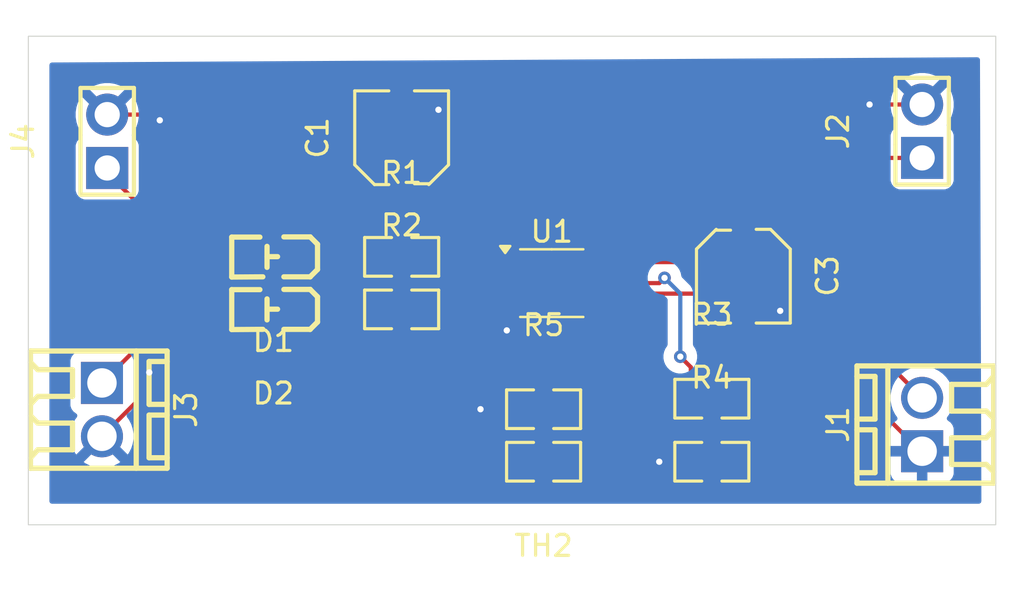
<source format=kicad_pcb>
(kicad_pcb (version 20241229) (generator "pcbnew") (generator_version "9.0")
  (layers (0 "F.Cu" signal) (2 "B.Cu" signal) (13 "F.Paste" user) (15 "B.Paste" user) (5 "F.SilkS" user "F.Silkscreen") (7 "B.SilkS" user "B.Silkscreen") (1 "F.Mask" user) (3 "B.Mask" user) (25 "Edge.Cuts" user))
  (net 0 "")
  (net 1 "VDD")
  (net 2 "GND")
  (net 3 "/VBatt")
  (net 4 "Net-(D1-K)")
  (net 5 "Net-(D2-K)")
  (net 6 "/STAT1")
  (net 7 "/STAT2")
  (net 8 "Net-(R3-Pad2)")
  (net 9 "Net-(U1-THERM)")
  (net 10 "Net-(U1-PROG)")
  (footprint "easyeda2kicad:R0805" (layer "F.Cu") (at 149.25 91.75)
    (property "Reference" "R2" (at 0 -4 0) (layer "F.SilkS"))
    (property "Value" "330")
    (fp_line (start -1.76 -0.92) (end -0.48 -0.92) (stroke (width 0.15)) (layer "F.SilkS"))
    (fp_line (start -1.76 0.92) (end -1.76 -0.92) (stroke (width 0.15)) (layer "F.SilkS"))
    (fp_line (start -0.48 0.92) (end -1.76 0.92) (stroke (width 0.15)) (layer "F.SilkS"))
    (fp_line (start 0.48 0.92) (end 1.76 0.92) (stroke (width 0.15)) (layer "F.SilkS"))
    (fp_line (start 1.76 -0.92) (end 0.48 -0.92) (stroke (width 0.15)) (layer "F.SilkS"))
    (fp_line (start 1.76 0.92) (end 1.76 -0.92) (stroke (width 0.15)) (layer "F.SilkS"))
    (pad "1" smd rect (at -1 0) (size 1.13 1.38) (layers "F.Cu" "F.Mask" "F.Paste") (net 5 "Net-(D2-K)"))
    (pad "2" smd rect (at 1 0) (size 1.13 1.38) (layers "F.Cu" "F.Mask" "F.Paste") (net 7 "/STAT2"))
  )
  (footprint "easyeda2kicad:CAP-SMD_BD4.0-L4.3-W4.3-FD" (layer "F.Cu") (at 149.25 83.59 90)
    (property "Reference" "C1" (at 0 -4 90) (layer "F.SilkS"))
    (property "Value" "4.7uF")
    (fp_line (start 2.24 -2.23) (end -1.28 -2.23) (stroke (width 0.15)) (layer "F.SilkS"))
    (fp_line (start -1.28 -2.23) (end -2.22 -1.29) (stroke (width 0.15)) (layer "F.SilkS"))
    (fp_line (start -2.22 -1.29) (end -2.22 -0.61) (stroke (width 0.15)) (layer "F.SilkS"))
    (fp_line (start 2.24 -0.61) (end 2.24 -2.23) (stroke (width 0.15)) (layer "F.SilkS"))
    (fp_line (start 2.24 0.61) (end 2.24 2.23) (stroke (width 0.15)) (layer "F.SilkS"))
    (fp_line (start -2.18 1.29) (end -2.18 0.61) (stroke (width 0.15)) (layer "F.SilkS"))
    (fp_line (start 2.24 2.23) (end -1.28 2.23) (stroke (width 0.15)) (layer "F.SilkS"))
    (fp_line (start -1.28 2.23) (end -2.22 1.29) (stroke (width 0.15)) (layer "F.SilkS"))
    (pad "1" smd rect (at -1.66 0 90) (size 2.8 1.1) (layers "F.Cu" "F.Mask" "F.Paste") (net 1 "VDD"))
    (pad "2" smd rect (at 1.66 0 90) (size 2.8 1.1) (layers "F.Cu" "F.Mask" "F.Paste") (net 2 "GND"))
  )
  (footprint "easyeda2kicad:R0805" (layer "F.Cu") (at 156 96.5)
    (property "Reference" "R5" (at 0 -4 0) (layer "F.SilkS"))
    (property "Value" "2k")
    (fp_line (start -1.76 -0.92) (end -0.48 -0.92) (stroke (width 0.15)) (layer "F.SilkS"))
    (fp_line (start -1.76 0.92) (end -1.76 -0.92) (stroke (width 0.15)) (layer "F.SilkS"))
    (fp_line (start -0.48 0.92) (end -1.76 0.92) (stroke (width 0.15)) (layer "F.SilkS"))
    (fp_line (start 0.48 0.92) (end 1.76 0.92) (stroke (width 0.15)) (layer "F.SilkS"))
    (fp_line (start 1.76 -0.92) (end 0.48 -0.92) (stroke (width 0.15)) (layer "F.SilkS"))
    (fp_line (start 1.76 0.92) (end 1.76 -0.92) (stroke (width 0.15)) (layer "F.SilkS"))
    (pad "1" smd rect (at -1 0) (size 1.13 1.38) (layers "F.Cu" "F.Mask" "F.Paste") (net 2 "GND"))
    (pad "2" smd rect (at 1 0) (size 1.13 1.38) (layers "F.Cu" "F.Mask" "F.Paste") (net 10 "Net-(U1-PROG)"))
  )
  (footprint "easyeda2kicad:R0805" (layer "F.Cu") (at 164 99)
    (property "Reference" "R4" (at 0 -4 0) (layer "F.SilkS"))
    (property "Value" "68K")
    (fp_line (start -1.76 -0.92) (end -0.48 -0.92) (stroke (width 0.15)) (layer "F.SilkS"))
    (fp_line (start -1.76 0.92) (end -1.76 -0.92) (stroke (width 0.15)) (layer "F.SilkS"))
    (fp_line (start -0.48 0.92) (end -1.76 0.92) (stroke (width 0.15)) (layer "F.SilkS"))
    (fp_line (start 0.48 0.92) (end 1.76 0.92) (stroke (width 0.15)) (layer "F.SilkS"))
    (fp_line (start 1.76 -0.92) (end 0.48 -0.92) (stroke (width 0.15)) (layer "F.SilkS"))
    (fp_line (start 1.76 0.92) (end 1.76 -0.92) (stroke (width 0.15)) (layer "F.SilkS"))
    (pad "1" smd rect (at -1 0) (size 1.13 1.38) (layers "F.Cu" "F.Mask" "F.Paste") (net 2 "GND"))
    (pad "2" smd rect (at 1 0) (size 1.13 1.38) (layers "F.Cu" "F.Mask" "F.Paste") (net 8 "Net-(R3-Pad2)"))
  )
  (footprint "easyeda2kicad:R0805" (layer "F.Cu") (at 149.25 89.25)
    (property "Reference" "R1" (at 0 -4 0) (layer "F.SilkS"))
    (property "Value" "330")
    (fp_line (start -1.76 -0.92) (end -0.48 -0.92) (stroke (width 0.15)) (layer "F.SilkS"))
    (fp_line (start -1.76 0.92) (end -1.76 -0.92) (stroke (width 0.15)) (layer "F.SilkS"))
    (fp_line (start -0.48 0.92) (end -1.76 0.92) (stroke (width 0.15)) (layer "F.SilkS"))
    (fp_line (start 0.48 0.92) (end 1.76 0.92) (stroke (width 0.15)) (layer "F.SilkS"))
    (fp_line (start 1.76 -0.92) (end 0.48 -0.92) (stroke (width 0.15)) (layer "F.SilkS"))
    (fp_line (start 1.76 0.92) (end 1.76 -0.92) (stroke (width 0.15)) (layer "F.SilkS"))
    (pad "1" smd rect (at -1 0) (size 1.13 1.38) (layers "F.Cu" "F.Mask" "F.Paste") (net 4 "Net-(D1-K)"))
    (pad "2" smd rect (at 1 0) (size 1.13 1.38) (layers "F.Cu" "F.Mask" "F.Paste") (net 6 "/STAT1"))
  )
  (footprint "easyeda2kicad:CONN-TH_XY308-2.54-2P" (layer "F.Cu") (at 174 97.23 90)
    (property "Reference" "J1" (at 0 -4 90) (layer "F.SilkS"))
    (property "Value" "Screw_Terminal_01x02")
    (fp_line (start 2.79 -3.1) (end -2.79 -3.1) (stroke (width 0.25)) (layer "F.SilkS"))
    (fp_line (start 2.79 -3.1) (end 2.79 3.4) (stroke (width 0.25)) (layer "F.SilkS"))
    (fp_line (start 0.26 -3.1) (end 0.26 -2.24) (stroke (width 0.25)) (layer "F.SilkS"))
    (fp_line (start -2.29 -3.1) (end -2.29 -2.24) (stroke (width 0.25)) (layer "F.SilkS"))
    (fp_line (start -2.79 -3.1) (end -2.79 3.4) (stroke (width 0.25)) (layer "F.SilkS"))
    (fp_line (start 2.29 -2.24) (end 2.29 -3.1) (stroke (width 0.25)) (layer "F.SilkS"))
    (fp_line (start 0.26 -2.24) (end 2.29 -2.24) (stroke (width 0.25)) (layer "F.SilkS"))
    (fp_line (start -0.25 -2.24) (end -0.25 -3.1) (stroke (width 0.25)) (layer "F.SilkS"))
    (fp_line (start -2.29 -2.24) (end -0.25 -2.24) (stroke (width 0.25)) (layer "F.SilkS"))
    (fp_line (start 2.79 -1.63) (end -2.79 -1.63) (stroke (width 0.25)) (layer "F.SilkS"))
    (fp_line (start 1.91 1.4) (end 1.91 3.05) (stroke (width 0.25)) (layer "F.SilkS"))
    (fp_line (start 0.64 1.4) (end 1.91 1.4) (stroke (width 0.25)) (layer "F.SilkS"))
    (fp_line (start -0.63 1.4) (end -0.63 3.05) (stroke (width 0.25)) (layer "F.SilkS"))
    (fp_line (start -1.9 1.4) (end -0.63 1.4) (stroke (width 0.25)) (layer "F.SilkS"))
    (fp_line (start 1.91 3.05) (end 2.3 3.4) (stroke (width 0.25)) (layer "F.SilkS"))
    (fp_line (start 0.64 3.05) (end 0.64 1.4) (stroke (width 0.25)) (layer "F.SilkS"))
    (fp_line (start -0.63 3.05) (end -0.25 3.4) (stroke (width 0.25)) (layer "F.SilkS"))
    (fp_line (start -1.9 3.05) (end -1.9 1.4) (stroke (width 0.25)) (layer "F.SilkS"))
    (fp_line (start 2.79 3.4) (end -2.79 3.4) (stroke (width 0.25)) (layer "F.SilkS"))
    (fp_line (start 0.29 3.4) (end 0.64 3.05) (stroke (width 0.25)) (layer "F.SilkS"))
    (fp_line (start -2.25 3.4) (end -1.9 3.05) (stroke (width 0.25)) (layer "F.SilkS"))
    (pad "1" thru_hole rect (at -1.27 0 90) (size 2 2) (drill 1.399997) (layers "*.Cu" "*.Mask") (net 2 "GND"))
    (pad "2" thru_hole circle (at 1.27 0 90) (size 2 2) (drill 1.399997) (layers "*.Cu" "*.Mask") (net 3 "/VBatt"))
  )
  (footprint "easyeda2kicad:R0805" (layer "F.Cu") (at 164 96)
    (property "Reference" "R3" (at 0 -4 0) (layer "F.SilkS"))
    (property "Value" "1K5")
    (fp_line (start -1.76 -0.92) (end -0.48 -0.92) (stroke (width 0.15)) (layer "F.SilkS"))
    (fp_line (start -1.76 0.92) (end -1.76 -0.92) (stroke (width 0.15)) (layer "F.SilkS"))
    (fp_line (start -0.48 0.92) (end -1.76 0.92) (stroke (width 0.15)) (layer "F.SilkS"))
    (fp_line (start 0.48 0.92) (end 1.76 0.92) (stroke (width 0.15)) (layer "F.SilkS"))
    (fp_line (start 1.76 -0.92) (end 0.48 -0.92) (stroke (width 0.15)) (layer "F.SilkS"))
    (fp_line (start 1.76 0.92) (end 1.76 -0.92) (stroke (width 0.15)) (layer "F.SilkS"))
    (pad "1" smd rect (at -1 0) (size 1.13 1.38) (layers "F.Cu" "F.Mask" "F.Paste") (net 9 "Net-(U1-THERM)"))
    (pad "2" smd rect (at 1 0) (size 1.13 1.38) (layers "F.Cu" "F.Mask" "F.Paste") (net 8 "Net-(R3-Pad2)"))
  )
  (footprint "easyeda2kicad:HDR-TH_2P-P2.54-V-M" (layer "F.Cu") (at 135.25 83.75 90)
    (property "Reference" "J4" (at 0 -4 90) (layer "F.SilkS"))
    (property "Value" "Conn_01x02_Pin")
    (fp_line (start 2.54 -1.27) (end -0.64 -1.27) (stroke (width 0.2)) (layer "F.SilkS"))
    (fp_line (start 2.54 -1.27) (end 2.54 1.27) (stroke (width 0.2)) (layer "F.SilkS"))
    (fp_line (start -2.54 -1.27) (end -0.64 -1.27) (stroke (width 0.2)) (layer "F.SilkS"))
    (fp_line (start 2.54 1.27) (end -2.54 1.27) (stroke (width 0.2)) (layer "F.SilkS"))
    (fp_line (start -2.54 1.27) (end -2.54 -1.27) (stroke (width 0.2)) (layer "F.SilkS"))
    (pad "1" thru_hole rect (at -1.27 0 90) (size 2 2) (drill 1.199998) (layers "*.Cu" "*.Mask") (net 1 "VDD"))
    (pad "2" thru_hole circle (at 1.27 0 90) (size 2 2) (drill 1.199998) (layers "*.Cu" "*.Mask") (net 2 "GND"))
  )
  (footprint "easyeda2kicad:LED0805-RD_RED" (layer "F.Cu") (at 143.15 89.25 180)
    (property "Reference" "D1" (at 0 -4 0) (layer "F.SilkS"))
    (property "Value" "RED")
    (fp_line (start 1.98 -0.96) (end 1.98 0.94) (stroke (width 0.25)) (layer "F.SilkS"))
    (fp_line (start 0.64 0.94) (end 1.98 0.94) (stroke (width 0.25)) (layer "F.SilkS"))
    (fp_line (start 0.5 -0.95) (end 1.98 -0.96) (stroke (width 0.25)) (layer "F.SilkS"))
    (fp_line (start 0.3 0.01) (end -0.2 0.01) (stroke (width 0.25)) (layer "F.SilkS"))
    (fp_line (start 0.3 -0.5) (end 0.3 0.5) (stroke (width 0.25)) (layer "F.SilkS"))
    (fp_line (start -0.5 0.95) (end -1.75 0.95) (stroke (width 0.25)) (layer "F.SilkS"))
    (fp_line (start -0.5 -0.95) (end -1.75 -0.95) (stroke (width 0.25)) (layer "F.SilkS"))
    (fp_line (start -1.75 0.95) (end -1.75 0.95) (stroke (width 0.25)) (layer "F.SilkS"))
    (fp_line (start -1.75 0.95) (end -2.1 0.6) (stroke (width 0.25)) (layer "F.SilkS"))
    (fp_line (start -1.75 -0.95) (end -1.75 -0.95) (stroke (width 0.25)) (layer "F.SilkS"))
    (fp_line (start -1.75 -0.95) (end -2.1 -0.6) (stroke (width 0.25)) (layer "F.SilkS"))
    (fp_line (start -2.1 -0.6) (end -2.1 0.6) (stroke (width 0.25)) (layer "F.SilkS"))
    (pad "1" smd rect (at -1.1 0) (size 1 1.25) (layers "F.Cu" "F.Mask" "F.Paste") (net 4 "Net-(D1-K)"))
    (pad "2" smd rect (at 1.1 0) (size 1 1.25) (layers "F.Cu" "F.Mask" "F.Paste") (net 1 "VDD"))
  )
  (footprint "easyeda2kicad:HDR-TH_2P-P2.54-V-M" (layer "F.Cu") (at 174 83.27 90)
    (property "Reference" "J2" (at 0 -4 90) (layer "F.SilkS"))
    (property "Value" "Conn_01x02_Pin")
    (fp_line (start 2.54 -1.27) (end -0.64 -1.27) (stroke (width 0.2)) (layer "F.SilkS"))
    (fp_line (start 2.54 -1.27) (end 2.54 1.27) (stroke (width 0.2)) (layer "F.SilkS"))
    (fp_line (start -2.54 -1.27) (end -0.64 -1.27) (stroke (width 0.2)) (layer "F.SilkS"))
    (fp_line (start 2.54 1.27) (end -2.54 1.27) (stroke (width 0.2)) (layer "F.SilkS"))
    (fp_line (start -2.54 1.27) (end -2.54 -1.27) (stroke (width 0.2)) (layer "F.SilkS"))
    (pad "1" thru_hole rect (at -1.27 0 90) (size 2 2) (drill 1.199998) (layers "*.Cu" "*.Mask") (net 3 "/VBatt"))
    (pad "2" thru_hole circle (at 1.27 0 90) (size 2 2) (drill 1.199998) (layers "*.Cu" "*.Mask") (net 2 "GND"))
  )
  (footprint "easyeda2kicad:R0805" (layer "F.Cu") (at 156 99 180)
    (property "Reference" "TH2" (at 0 -4 0) (layer "F.SilkS"))
    (property "Value" "NTCS0805E3103JHT")
    (fp_line (start 1.76 0.92) (end 1.76 -0.92) (stroke (width 0.15)) (layer "F.SilkS"))
    (fp_line (start 1.76 -0.92) (end 0.48 -0.92) (stroke (width 0.15)) (layer "F.SilkS"))
    (fp_line (start 0.48 0.92) (end 1.76 0.92) (stroke (width 0.15)) (layer "F.SilkS"))
    (fp_line (start -0.48 0.92) (end -1.76 0.92) (stroke (width 0.15)) (layer "F.SilkS"))
    (fp_line (start -1.76 0.92) (end -1.76 -0.92) (stroke (width 0.15)) (layer "F.SilkS"))
    (fp_line (start -1.76 -0.92) (end -0.48 -0.92) (stroke (width 0.15)) (layer "F.SilkS"))
    (pad "1" smd rect (at -1 0 180) (size 1.13 1.38) (layers "F.Cu" "F.Mask" "F.Paste") (net 8 "Net-(R3-Pad2)"))
    (pad "2" smd rect (at 1 0 180) (size 1.13 1.38) (layers "F.Cu" "F.Mask" "F.Paste") (net 2 "GND"))
  )
  (footprint "easyeda2kicad:CAP-SMD_BD4.0-L4.3-W4.3-FD" (layer "F.Cu") (at 165.5 90.16 -90)
    (property "Reference" "C3" (at 0 -4 90) (layer "F.SilkS"))
    (property "Value" "4.7uF")
    (fp_line (start -1.28 2.23) (end -2.22 1.29) (stroke (width 0.15)) (layer "F.SilkS"))
    (fp_line (start 2.24 2.23) (end -1.28 2.23) (stroke (width 0.15)) (layer "F.SilkS"))
    (fp_line (start -2.18 1.29) (end -2.18 0.61) (stroke (width 0.15)) (layer "F.SilkS"))
    (fp_line (start 2.24 0.61) (end 2.24 2.23) (stroke (width 0.15)) (layer "F.SilkS"))
    (fp_line (start 2.24 -0.61) (end 2.24 -2.23) (stroke (width 0.15)) (layer "F.SilkS"))
    (fp_line (start -2.22 -1.29) (end -2.22 -0.61) (stroke (width 0.15)) (layer "F.SilkS"))
    (fp_line (start -1.28 -2.23) (end -2.22 -1.29) (stroke (width 0.15)) (layer "F.SilkS"))
    (fp_line (start 2.24 -2.23) (end -1.28 -2.23) (stroke (width 0.15)) (layer "F.SilkS"))
    (pad "1" smd rect (at -1.66 0 270) (size 2.8 1.1) (layers "F.Cu" "F.Mask" "F.Paste") (net 3 "/VBatt"))
    (pad "2" smd rect (at 1.66 0 270) (size 2.8 1.1) (layers "F.Cu" "F.Mask" "F.Paste") (net 2 "GND"))
  )
  (footprint "Package_SO:MSOP-10_3x3mm_P0.5mm" (layer "F.Cu") (at 156.3875 90.5)
    (property "Reference" "U1" (at 0 -2.45 0) (layer "F.SilkS"))
    (property "Value" "MCP73834-xxx-UN")
    (fp_line (start 0 -1.61) (end -1.5 -1.61) (stroke (width 0.12)) (layer "F.SilkS"))
    (fp_line (start 0 -1.61) (end 1.5 -1.61) (stroke (width 0.12)) (layer "F.SilkS"))
    (fp_line (start 0 1.61) (end -1.5 1.61) (stroke (width 0.12)) (layer "F.SilkS"))
    (fp_line (start 0 1.61) (end 1.5 1.61) (stroke (width 0.12)) (layer "F.SilkS"))
    (fp_poly (pts (xy -2.2125 -1.435) (xy -2.4525 -1.765) (xy -1.9725 -1.765)) (stroke (width 0.12)) (fill yes) (layer "F.SilkS"))
    (pad "1" smd roundrect (at -2.1125 -1) (size 1.625 0.35) (layers "F.Cu" "F.Mask" "F.Paste") (net 1 "VDD"))
    (pad "2" smd roundrect (at -2.1125 -0.5) (size 1.625 0.35) (layers "F.Cu" "F.Mask" "F.Paste") (net 1 "VDD"))
    (pad "3" smd roundrect (at -2.1125 0) (size 1.625 0.35) (layers "F.Cu" "F.Mask" "F.Paste") (net 6 "/STAT1"))
    (pad "4" smd roundrect (at -2.1125 0.5) (size 1.625 0.35) (layers "F.Cu" "F.Mask" "F.Paste") (net 7 "/STAT2"))
    (pad "5" smd roundrect (at -2.1125 1) (size 1.625 0.35) (layers "F.Cu" "F.Mask" "F.Paste") (net 2 "GND"))
    (pad "6" smd roundrect (at 2.1125 1) (size 1.625 0.35) (layers "F.Cu" "F.Mask" "F.Paste") (net 10 "Net-(U1-PROG)"))
    (pad "7" smd roundrect (at 2.1125 0.5) (size 1.625 0.35) (layers "F.Cu" "F.Mask" "F.Paste") (net 2 "GND"))
    (pad "8" smd roundrect (at 2.1125 0) (size 1.625 0.35) (layers "F.Cu" "F.Mask" "F.Paste") (net 9 "Net-(U1-THERM)"))
    (pad "9" smd roundrect (at 2.1125 -0.5) (size 1.625 0.35) (layers "F.Cu" "F.Mask" "F.Paste") (net 3 "/VBatt"))
    (pad "10" smd roundrect (at 2.1125 -1) (size 1.625 0.35) (layers "F.Cu" "F.Mask" "F.Paste") (net 3 "/VBatt"))
  )
  (footprint "easyeda2kicad:CONN-TH_XY308-2.54-2P" (layer "F.Cu") (at 135 96.52 -90)
    (property "Reference" "J3" (at 0 -4 90) (layer "F.SilkS"))
    (property "Value" "Screw_Terminal_01x02")
    (fp_line (start -2.25 3.4) (end -1.9 3.05) (stroke (width 0.25)) (layer "F.SilkS"))
    (fp_line (start 0.29 3.4) (end 0.64 3.05) (stroke (width 0.25)) (layer "F.SilkS"))
    (fp_line (start 2.79 3.4) (end -2.79 3.4) (stroke (width 0.25)) (layer "F.SilkS"))
    (fp_line (start -1.9 3.05) (end -1.9 1.4) (stroke (width 0.25)) (layer "F.SilkS"))
    (fp_line (start -0.63 3.05) (end -0.25 3.4) (stroke (width 0.25)) (layer "F.SilkS"))
    (fp_line (start 0.64 3.05) (end 0.64 1.4) (stroke (width 0.25)) (layer "F.SilkS"))
    (fp_line (start 1.91 3.05) (end 2.3 3.4) (stroke (width 0.25)) (layer "F.SilkS"))
    (fp_line (start -1.9 1.4) (end -0.63 1.4) (stroke (width 0.25)) (layer "F.SilkS"))
    (fp_line (start -0.63 1.4) (end -0.63 3.05) (stroke (width 0.25)) (layer "F.SilkS"))
    (fp_line (start 0.64 1.4) (end 1.91 1.4) (stroke (width 0.25)) (layer "F.SilkS"))
    (fp_line (start 1.91 1.4) (end 1.91 3.05) (stroke (width 0.25)) (layer "F.SilkS"))
    (fp_line (start 2.79 -1.63) (end -2.79 -1.63) (stroke (width 0.25)) (layer "F.SilkS"))
    (fp_line (start -2.29 -2.24) (end -0.25 -2.24) (stroke (width 0.25)) (layer "F.SilkS"))
    (fp_line (start -0.25 -2.24) (end -0.25 -3.1) (stroke (width 0.25)) (layer "F.SilkS"))
    (fp_line (start 0.26 -2.24) (end 2.29 -2.24) (stroke (width 0.25)) (layer "F.SilkS"))
    (fp_line (start 2.29 -2.24) (end 2.29 -3.1) (stroke (width 0.25)) (layer "F.SilkS"))
    (fp_line (start -2.79 -3.1) (end -2.79 3.4) (stroke (width 0.25)) (layer "F.SilkS"))
    (fp_line (start -2.29 -3.1) (end -2.29 -2.24) (stroke (width 0.25)) (layer "F.SilkS"))
    (fp_line (start 0.26 -3.1) (end 0.26 -2.24) (stroke (width 0.25)) (layer "F.SilkS"))
    (fp_line (start 2.79 -3.1) (end 2.79 3.4) (stroke (width 0.25)) (layer "F.SilkS"))
    (fp_line (start 2.79 -3.1) (end -2.79 -3.1) (stroke (width 0.25)) (layer "F.SilkS"))
    (pad "1" thru_hole rect (at -1.27 0 270) (size 2 2) (drill 1.399997) (layers "*.Cu" "*.Mask") (net 1 "VDD"))
    (pad "2" thru_hole circle (at 1.27 0 270) (size 2 2) (drill 1.399997) (layers "*.Cu" "*.Mask") (net 2 "GND"))
  )
  (footprint "easyeda2kicad:LED0805-RD_GREEN" (layer "F.Cu") (at 143.15 91.75 180)
    (property "Reference" "D2" (at 0 -4 0) (layer "F.SilkS"))
    (property "Value" "GREEN")
    (fp_line (start 1.98 -0.96) (end 1.98 0.94) (stroke (width 0.25)) (layer "F.SilkS"))
    (fp_line (start 0.64 0.94) (end 1.98 0.94) (stroke (width 0.25)) (layer "F.SilkS"))
    (fp_line (start 0.5 -0.95) (end 1.98 -0.96) (stroke (width 0.25)) (layer "F.SilkS"))
    (fp_line (start 0.3 0.01) (end -0.2 0.01) (stroke (width 0.25)) (layer "F.SilkS"))
    (fp_line (start 0.3 -0.5) (end 0.3 0.5) (stroke (width 0.25)) (layer "F.SilkS"))
    (fp_line (start -0.5 0.95) (end -1.75 0.95) (stroke (width 0.25)) (layer "F.SilkS"))
    (fp_line (start -0.5 -0.95) (end -1.75 -0.95) (stroke (width 0.25)) (layer "F.SilkS"))
    (fp_line (start -1.75 0.95) (end -1.75 0.95) (stroke (width 0.25)) (layer "F.SilkS"))
    (fp_line (start -1.75 0.95) (end -2.1 0.6) (stroke (width 0.25)) (layer "F.SilkS"))
    (fp_line (start -1.75 -0.95) (end -1.75 -0.95) (stroke (width 0.25)) (layer "F.SilkS"))
    (fp_line (start -1.75 -0.95) (end -2.1 -0.6) (stroke (width 0.25)) (layer "F.SilkS"))
    (fp_line (start -2.1 -0.6) (end -2.1 0.6) (stroke (width 0.25)) (layer "F.SilkS"))
    (pad "1" smd rect (at -1.1 0) (size 1 1.25) (layers "F.Cu" "F.Mask" "F.Paste") (net 5 "Net-(D2-K)"))
    (pad "2" smd rect (at 1.1 0) (size 1 1.25) (layers "F.Cu" "F.Mask" "F.Paste") (net 1 "VDD"))
  )
  (gr_rect (start 131.5 78.75) (end 177.5 102) (stroke (width 0.05)) (fill no) (layer "Edge.Cuts"))
  (segment (start 146.05 85.25) (end 149.25 85.25) (width 0.2) (layer "F.Cu") (net 1))
  (segment (start 142.05 89.25) (end 142.05 91.75) (width 0.2) (layer "F.Cu") (net 1))
  (segment (start 141.75 91.75) (end 142.05 91.75) (width 0.2) (layer "F.Cu") (net 1))
  (segment (start 138.5 91.75) (end 142.05 91.75) (width 0.2) (layer "F.Cu") (net 1))
  (segment (start 139.25 89.25) (end 142.05 89.25) (width 0.2) (layer "F.Cu") (net 1))
  (segment (start 142.05 89.25) (end 146.05 85.25) (width 0.2) (layer "F.Cu") (net 1))
  (segment (start 135 95.25) (end 138.5 91.75) (width 0.2) (layer "F.Cu") (net 1))
  (segment (start 154.275 89.5) (end 150.025 85.25) (width 0.2) (layer "F.Cu") (net 1))
  (segment (start 135.25 85.02) (end 135.25 85.25) (width 0.2) (layer "F.Cu") (net 1))
  (segment (start 135.25 85.25) (end 139.25 89.25) (width 0.2) (layer "F.Cu") (net 1))
  (segment (start 150.025 85.25) (end 149.25 85.25) (width 0.2) (layer "F.Cu") (net 1))
  (segment (start 150.68 81.93) (end 151 82.25) (width 0.2) (layer "F.Cu") (net 2))
  (segment (start 135 97.79) (end 137.25 95.54) (width 0.2) (layer "F.Cu") (net 2))
  (segment (start 173.93 98.5) (end 174 98.5) (width 0.2) (layer "F.Cu") (net 2))
  (segment (start 165.82 91.5) (end 165.5 91.82) (width 0.2) (layer "F.Cu") (net 2))
  (segment (start 165.5 91.82) (end 167.25 91.82) (width 0.2) (layer "F.Cu") (net 2))
  (segment (start 155 93.5) (end 155 96.5) (width 0.2) (layer "F.Cu") (net 2))
  (segment (start 158.5 91) (end 164.68 91) (width 0.2) (layer "F.Cu") (net 2))
  (segment (start 154.275 92.225) (end 154.275 91.5) (width 0.2) (layer "F.Cu") (net 2))
  (segment (start 164.68 91) (end 165.5 91.82) (width 0.2) (layer "F.Cu") (net 2))
  (segment (start 157.206364 91.5) (end 157.706364 91) (width 0.2) (layer "F.Cu") (net 2))
  (segment (start 163 99) (end 161.5 99) (width 0.2) (layer "F.Cu") (net 2))
  (segment (start 157.706364 91) (end 158.5 91) (width 0.2) (layer "F.Cu") (net 2))
  (segment (start 149.25 81.93) (end 150.68 81.93) (width 0.2) (layer "F.Cu") (net 2))
  (segment (start 167.25 91.82) (end 173.93 98.5) (width 0.2) (layer "F.Cu") (net 2))
  (segment (start 154.25 92.75) (end 155 93.5) (width 0.2) (layer "F.Cu") (net 2))
  (segment (start 135.25 82.48) (end 137.48 82.48) (width 0.2) (layer "F.Cu") (net 2))
  (segment (start 167.25 91.82) (end 167.32 91.82) (width 0.2) (layer "F.Cu") (net 2))
  (segment (start 171.5 82) (end 174 82) (width 0.2) (layer "F.Cu") (net 2))
  (segment (start 154.25 92.75) (end 154.25 92.25) (width 0.2) (layer "F.Cu") (net 2))
  (segment (start 137.48 82.48) (end 137.75 82.75) (width 0.2) (layer "F.Cu") (net 2))
  (segment (start 154.275 91.5) (end 157.206364 91.5) (width 0.2) (layer "F.Cu") (net 2))
  (segment (start 155 96.5) (end 153 96.5) (width 0.2) (layer "F.Cu") (net 2))
  (segment (start 154.25 92.25) (end 154.275 92.225) (width 0.2) (layer "F.Cu") (net 2))
  (segment (start 137.25 95.54) (end 137.25 94.75) (width 0.2) (layer "F.Cu") (net 2))
  (segment (start 155 96.5) (end 155 99) (width 0.2) (layer "F.Cu") (net 2))
  (via (at 151 82.25) (size 0.6) (drill 0.3) (layers "F.Cu" "B.Cu") (net 2))
  (via (at 153 96.5) (size 0.6) (drill 0.3) (layers "F.Cu" "B.Cu") (net 2))
  (via (at 161.5 99) (size 0.6) (drill 0.3) (layers "F.Cu" "B.Cu") (net 2))
  (via (at 137.75 82.75) (size 0.6) (drill 0.3) (layers "F.Cu" "B.Cu") (net 2))
  (via (at 154.25 92.75) (size 0.6) (drill 0.3) (layers "F.Cu" "B.Cu") (net 2))
  (via (at 137.25 94.75) (size 0.6) (drill 0.3) (layers "F.Cu" "B.Cu") (net 2))
  (via (at 167.25 91.82) (size 0.6) (drill 0.3) (layers "F.Cu" "B.Cu") (net 2))
  (via (at 171.5 82) (size 0.6) (drill 0.3) (layers "F.Cu" "B.Cu") (net 2))
  (segment (start 158.5 89.5) (end 161 89.5) (width 0.2) (layer "F.Cu") (net 3))
  (segment (start 164.5 89.5) (end 165.5 88.5) (width 0.2) (layer "F.Cu") (net 3))
  (segment (start 169.71 84.54) (end 174 84.54) (width 0.2) (layer "F.Cu") (net 3))
  (segment (start 161 89.5) (end 164.5 89.5) (width 0.2) (layer "F.Cu") (net 3))
  (segment (start 158.5 90) (end 160.5 90) (width 0.2) (layer "F.Cu") (net 3))
  (segment (start 166.54 88.5) (end 174 95.96) (width 0.2) (layer "F.Cu") (net 3))
  (segment (start 165.5 88.5) (end 165.75 88.5) (width 0.2) (layer "F.Cu") (net 3))
  (segment (start 165.96 88.96) (end 165.5 88.5) (width 0.2) (layer "F.Cu") (net 3))
  (segment (start 165.75 88.5) (end 169.71 84.54) (width 0.2) (layer "F.Cu") (net 3))
  (segment (start 165.5 88.5) (end 166.54 88.5) (width 0.2) (layer "F.Cu") (net 3))
  (segment (start 160.5 90) (end 161 89.5) (width 0.2) (layer "F.Cu") (net 3))
  (segment (start 148.25 89.25) (end 144.25 89.25) (width 0.2) (layer "F.Cu") (net 4))
  (segment (start 148.25 91.75) (end 144.25 91.75) (width 0.2) (layer "F.Cu") (net 5))
  (segment (start 154.275 90.5) (end 151.5 90.5) (width 0.2) (layer "F.Cu") (net 6))
  (segment (start 151.5 90.5) (end 150.25 89.25) (width 0.2) (layer "F.Cu") (net 6))
  (segment (start 151 91) (end 150.25 91.75) (width 0.2) (layer "F.Cu") (net 7))
  (segment (start 154.275 91) (end 151 91) (width 0.2) (layer "F.Cu") (net 7))
  (segment (start 165 96) (end 165 99) (width 0.2) (layer "F.Cu") (net 8))
  (segment (start 158.5 97.5) (end 163.5 97.5) (width 0.2) (layer "F.Cu") (net 8))
  (segment (start 157 99) (end 158.5 97.5) (width 0.2) (layer "F.Cu") (net 8))
  (segment (start 163.5 97.5) (end 165 99) (width 0.2) (layer "F.Cu") (net 8))
  (segment (start 162.5 94) (end 163 94.5) (width 0.2) (layer "F.Cu") (net 9))
  (segment (start 161.75 90.25) (end 161.5 90.5) (width 0.2) (layer "F.Cu") (net 9))
  (segment (start 163 94.5) (end 163 96) (width 0.2) (layer "F.Cu") (net 9))
  (segment (start 161.5 90.5) (end 158.5 90.5) (width 0.2) (layer "F.Cu") (net 9))
  (via (at 161.75 90.25) (size 0.6) (drill 0.3) (layers "F.Cu" "B.Cu") (net 9))
  (via (at 162.5 94) (size 0.6) (drill 0.3) (layers "F.Cu" "B.Cu") (net 9))
  (segment (start 161.75 90.25) (end 162.5 91) (width 0.2) (layer "B.Cu") (net 9))
  (segment (start 162.5 91) (end 162.5 94) (width 0.2) (layer "B.Cu") (net 9))
  (segment (start 158.5 91.5) (end 157 93) (width 0.2) (layer "F.Cu") (net 10))
  (segment (start 157 93) (end 157 96.5) (width 0.2) (layer "F.Cu") (net 10))
  (zone (net 2) (net_name "GND") (layer "B.Cu") (connect_pads (clearance 0.5)) (min_thickness 0.25) (fill yes (thermal_gap 0.5) (thermal_bridge_width 0.5))
    (polygon (pts (xy 132.5 80) (xy 176.75 79.75) (xy 176.817753 101) (xy 132.5 101)))
  )
)
</source>
